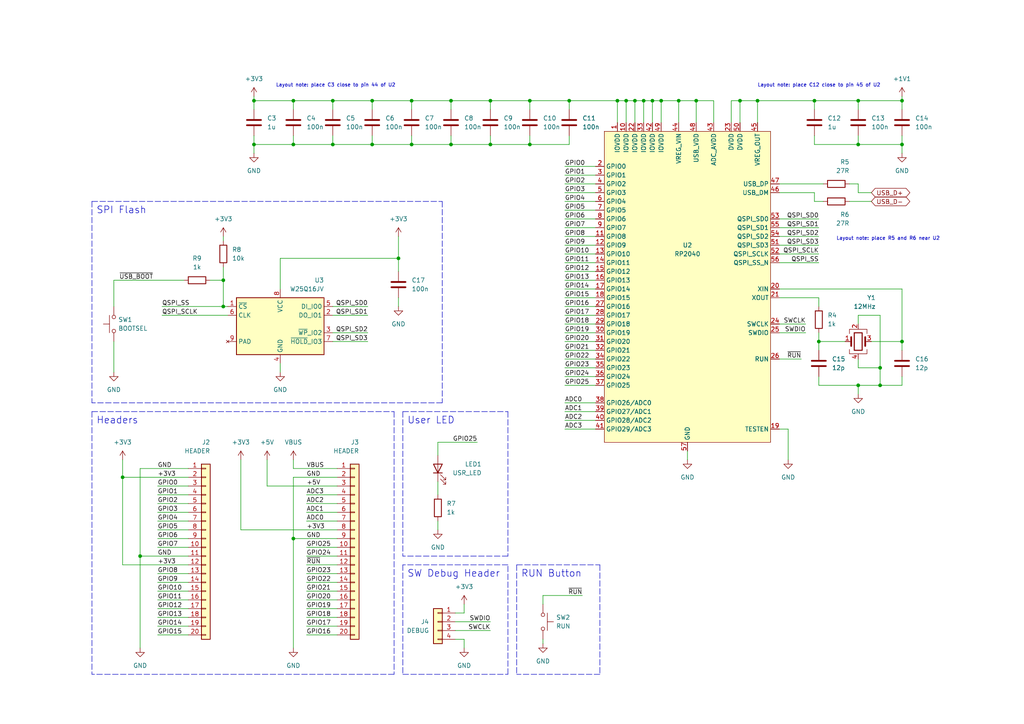
<source format=kicad_sch>
(kicad_sch (version 20211123) (generator eeschema)
  (paper "A4")
  (title_block (title "Malina") (date "07/2022") (rev "1") (company "Martin Kopka"))
  (lib_symbols
    (symbol "Connector_Generic:Conn_01x04" (pin_names (offset 1.016) hide)
      (property "Reference" "J" (at 0 5.08 0))
      (property "Value" "Conn_01x04" (at 0 -7.62 0))
      (symbol "Conn_01x04_1_1"
        (rectangle (start -1.27 -4.953) (end 0 -5.207) (stroke (width 0.1524)))
        (rectangle (start -1.27 -2.413) (end 0 -2.667) (stroke (width 0.1524)))
        (rectangle (start -1.27 0.127) (end 0 -0.127) (stroke (width 0.1524)))
        (rectangle (start -1.27 2.667) (end 0 2.413) (stroke (width 0.1524)))
        (rectangle (start -1.27 3.81) (end 1.27 -6.35) (stroke (width 0.254)) (fill (type background)))
        (pin passive line (at -5.08 2.54 0) (length 3.81) (name "Pin_1") (number "1"))
        (pin passive line (at -5.08 0 0) (length 3.81) (name "Pin_2") (number "2"))
        (pin passive line (at -5.08 -2.54 0) (length 3.81) (name "Pin_3") (number "3"))
        (pin passive line (at -5.08 -5.08 0) (length 3.81) (name "Pin_4") (number "4"))
      )
    )
    (symbol "Connector_Generic:Conn_01x20" (pin_names (offset 1.016) hide)
      (property "Reference" "J" (at 0 25.4 0))
      (property "Value" "Conn_01x20" (at 0 -27.94 0))
      (symbol "Conn_01x20_1_1"
        (rectangle (start -1.27 -25.273) (end 0 -25.527) (stroke (width 0.1524)))
        (rectangle (start -1.27 -22.733) (end 0 -22.987) (stroke (width 0.1524)))
        (rectangle (start -1.27 -20.193) (end 0 -20.447) (stroke (width 0.1524)))
        (rectangle (start -1.27 -17.653) (end 0 -17.907) (stroke (width 0.1524)))
        (rectangle (start -1.27 -15.113) (end 0 -15.367) (stroke (width 0.1524)))
        (rectangle (start -1.27 -12.573) (end 0 -12.827) (stroke (width 0.1524)))
        (rectangle (start -1.27 -10.033) (end 0 -10.287) (stroke (width 0.1524)))
        (rectangle (start -1.27 -7.493) (end 0 -7.747) (stroke (width 0.1524)))
        (rectangle (start -1.27 -4.953) (end 0 -5.207) (stroke (width 0.1524)))
        (rectangle (start -1.27 -2.413) (end 0 -2.667) (stroke (width 0.1524)))
        (rectangle (start -1.27 0.127) (end 0 -0.127) (stroke (width 0.1524)))
        (rectangle (start -1.27 2.667) (end 0 2.413) (stroke (width 0.1524)))
        (rectangle (start -1.27 5.207) (end 0 4.953) (stroke (width 0.1524)))
        (rectangle (start -1.27 7.747) (end 0 7.493) (stroke (width 0.1524)))
        (rectangle (start -1.27 10.287) (end 0 10.033) (stroke (width 0.1524)))
        (rectangle (start -1.27 12.827) (end 0 12.573) (stroke (width 0.1524)))
        (rectangle (start -1.27 15.367) (end 0 15.113) (stroke (width 0.1524)))
        (rectangle (start -1.27 17.907) (end 0 17.653) (stroke (width 0.1524)))
        (rectangle (start -1.27 20.447) (end 0 20.193) (stroke (width 0.1524)))
        (rectangle (start -1.27 22.987) (end 0 22.733) (stroke (width 0.1524)))
        (rectangle (start -1.27 24.13) (end 1.27 -26.67) (stroke (width 0.254)) (fill (type background)))
        (pin passive line (at -5.08 22.86 0) (length 3.81) (name "Pin_1") (number "1"))
        (pin passive line (at -5.08 0 0) (length 3.81) (name "Pin_10") (number "10"))
        (pin passive line (at -5.08 -2.54 0) (length 3.81) (name "Pin_11") (number "11"))
        (pin passive line (at -5.08 -5.08 0) (length 3.81) (name "Pin_12") (number "12"))
        (pin passive line (at -5.08 -7.62 0) (length 3.81) (name "Pin_13") (number "13"))
        (pin passive line (at -5.08 -10.16 0) (length 3.81) (name "Pin_14") (number "14"))
        (pin passive line (at -5.08 -12.7 0) (length 3.81) (name "Pin_15") (number "15"))
        (pin passive line (at -5.08 -15.24 0) (length 3.81) (name "Pin_16") (number "16"))
        (pin passive line (at -5.08 -17.78 0) (length 3.81) (name "Pin_17") (number "17"))
        (pin passive line (at -5.08 -20.32 0) (length 3.81) (name "Pin_18") (number "18"))
        (pin passive line (at -5.08 -22.86 0) (length 3.81) (name "Pin_19") (number "19"))
        (pin passive line (at -5.08 20.32 0) (length 3.81) (name "Pin_2") (number "2"))
        (pin passive line (at -5.08 -25.4 0) (length 3.81) (name "Pin_20") (number "20"))
        (pin passive line (at -5.08 17.78 0) (length 3.81) (name "Pin_3") (number "3"))
        (pin passive line (at -5.08 15.24 0) (length 3.81) (name "Pin_4") (number "4"))
        (pin passive line (at -5.08 12.7 0) (length 3.81) (name "Pin_5") (number "5"))
        (pin passive line (at -5.08 10.16 0) (length 3.81) (name "Pin_6") (number "6"))
        (pin passive line (at -5.08 7.62 0) (length 3.81) (name "Pin_7") (number "7"))
        (pin passive line (at -5.08 5.08 0) (length 3.81) (name "Pin_8") (number "8"))
        (pin passive line (at -5.08 2.54 0) (length 3.81) (name "Pin_9") (number "9"))
      )
    )
    (symbol "Device:C" (pin_numbers hide) (pin_names (offset 0.254))
      (property "Reference" "C" (at 0.635 2.54 0))
      (property "Value" "C" (at 0.635 -2.54 0))
      (symbol "C_0_1"
        (polyline (pts (xy -2.032 -0.762) (xy 2.032 -0.762)) (stroke (width 0.508)))
        (polyline (pts (xy -2.032 0.762) (xy 2.032 0.762)) (stroke (width 0.508)))
      )
      (symbol "C_1_1"
        (pin passive line (at 0 3.81 270) (length 2.794) (name "~") (number "1"))
        (pin passive line (at 0 -3.81 90) (length 2.794) (name "~") (number "2"))
      )
    )
    (symbol "Device:Crystal_GND24" (pin_names (offset 1.016) hide)
      (property "Reference" "Y" (at 3.175 5.08 0))
      (property "Value" "Crystal_GND24" (at 3.175 3.175 0))
      (symbol "Crystal_GND24_0_1"
        (rectangle (start -1.143 2.54) (end 1.143 -2.54) (stroke (width 0.3048)))
        (polyline (pts (xy -2.54 0) (xy -2.032 0)))
        (polyline (pts (xy -2.032 -1.27) (xy -2.032 1.27)) (stroke (width 0.508)))
        (polyline (pts (xy 0 -3.81) (xy 0 -3.556)))
        (polyline (pts (xy 0 3.556) (xy 0 3.81)))
        (polyline (pts (xy 2.032 -1.27) (xy 2.032 1.27)) (stroke (width 0.508)))
        (polyline (pts (xy 2.032 0) (xy 2.54 0)))
        (polyline (pts (xy -2.54 -2.286) (xy -2.54 -3.556) (xy 2.54 -3.556) (xy 2.54 -2.286)))
        (polyline (pts (xy -2.54 2.286) (xy -2.54 3.556) (xy 2.54 3.556) (xy 2.54 2.286)))
      )
      (symbol "Crystal_GND24_1_1"
        (pin passive line (at -3.81 0 0) (length 1.27) (name "1") (number "1"))
        (pin passive line (at 0 5.08 270) (length 1.27) (name "2") (number "2"))
        (pin passive line (at 3.81 0 180) (length 1.27) (name "3") (number "3"))
        (pin passive line (at 0 -5.08 90) (length 1.27) (name "4") (number "4"))
      )
    )
    (symbol "Device:LED" (pin_numbers hide) (pin_names (offset 1.016) hide)
      (property "Reference" "D" (at 0 2.54 0))
      (property "Value" "LED" (at 0 -2.54 0))
      (symbol "LED_0_1"
        (polyline (pts (xy -1.27 -1.27) (xy -1.27 1.27)) (stroke (width 0.254)))
        (polyline (pts (xy -1.27 0) (xy 1.27 0)))
        (polyline (pts (xy 1.27 -1.27) (xy 1.27 1.27) (xy -1.27 0) (xy 1.27 -1.27)) (stroke (width 0.254)))
        (polyline (pts (xy -3.048 -0.762) (xy -4.572 -2.286) (xy -3.81 -2.286) (xy -4.572 -2.286) (xy -4.572 -1.524)))
        (polyline (pts (xy -1.778 -0.762) (xy -3.302 -2.286) (xy -2.54 -2.286) (xy -3.302 -2.286) (xy -3.302 -1.524)))
      )
      (symbol "LED_1_1"
        (pin passive line (at -3.81 0 0) (length 2.54) (name "K") (number "1"))
        (pin passive line (at 3.81 0 180) (length 2.54) (name "A") (number "2"))
      )
    )
    (symbol "Device:R" (pin_numbers hide) (pin_names (offset 0))
      (property "Reference" "R" (at 2.032 0 90))
      (property "Value" "R" (at 0 0 90))
      (symbol "R_0_1"
        (rectangle (start -1.016 -2.54) (end 1.016 2.54) (stroke (width 0.254)))
      )
      (symbol "R_1_1"
        (pin passive line (at 0 3.81 270) (length 1.27) (name "~") (number "1"))
        (pin passive line (at 0 -3.81 90) (length 1.27) (name "~") (number "2"))
      )
    )
    (symbol "power:+1V1" (power) (pin_names (offset 0))
      (property "Value" "+1V1" (at 0 3.556 0))
      (symbol "+1V1_0_1"
        (polyline (pts (xy -0.762 1.27) (xy 0 2.54)))
        (polyline (pts (xy 0 0) (xy 0 2.54)))
        (polyline (pts (xy 0 2.54) (xy 0.762 1.27)))
      )
      (symbol "+1V1_1_1"
        (pin power_in line (at 0 0 90) (length 0) hide (name "+1V1") (number "1"))
      )
    )
    (symbol "power:+3V3" (power) (pin_names (offset 0))
      (property "Value" "+3V3" (at 0 3.556 0))
      (symbol "+3V3_0_1"
        (polyline (pts (xy -0.762 1.27) (xy 0 2.54)))
        (polyline (pts (xy 0 0) (xy 0 2.54)))
        (polyline (pts (xy 0 2.54) (xy 0.762 1.27)))
      )
      (symbol "+3V3_1_1"
        (pin power_in line (at 0 0 90) (length 0) hide (name "+3V3") (number "1"))
      )
    )
    (symbol "power:+5V" (power) (pin_names (offset 0))
      (property "Value" "+5V" (at 0 3.556 0))
      (symbol "+5V_0_1"
        (polyline (pts (xy -0.762 1.27) (xy 0 2.54)))
        (polyline (pts (xy 0 0) (xy 0 2.54)))
        (polyline (pts (xy 0 2.54) (xy 0.762 1.27)))
      )
      (symbol "+5V_1_1"
        (pin power_in line (at 0 0 90) (length 0) hide (name "+5V") (number "1"))
      )
    )
    (symbol "power:GND" (power) (pin_names (offset 0))
      (property "Value" "GND" (at 0 -3.81 0))
      (symbol "GND_0_1"
        (polyline (pts (xy 0 0) (xy 0 -1.27) (xy 1.27 -1.27) (xy 0 -2.54) (xy -1.27 -1.27) (xy 0 -1.27)))
      )
      (symbol "GND_1_1"
        (pin power_in line (at 0 0 270) (length 0) hide (name "GND") (number "1"))
      )
    )
    (symbol "power:VBUS" (power) (pin_names (offset 0))
      (property "Value" "VBUS" (at 0 3.81 0))
      (symbol "VBUS_0_1"
        (polyline (pts (xy -0.762 1.27) (xy 0 2.54)))
        (polyline (pts (xy 0 0) (xy 0 2.54)))
        (polyline (pts (xy 0 2.54) (xy 0.762 1.27)))
      )
      (symbol "VBUS_1_1"
        (pin power_in line (at 0 0 90) (length 0) hide (name "VBUS") (number "1"))
      )
    )
    (symbol "w-digital-ic:W25Q16JV"
      (property "Reference" "U" (at 15.24 12.7 0))
      (property "Value" "W25Q16JV" (at 15.24 10.16 0))
      (symbol "W25Q16JV_0_1"
        (rectangle (start -12.7 7.62) (end 12.7 -8.89) (stroke (width 0.254)) (fill (type background)))
      )
      (symbol "W25Q16JV_1_1"
        (pin input line (at -15.24 5.08 0) (length 2.54) (name "~{CS}") (number "1"))
        (pin bidirectional line (at 15.24 2.54 180) (length 2.54) (name "DO_IO1") (number "2"))
        (pin bidirectional line (at 15.24 -2.54 180) (length 2.54) (name "~{WP}_IO2") (number "3"))
        (pin power_in line (at 0 -11.43 90) (length 2.54) (name "GND") (number "4"))
        (pin bidirectional line (at 15.24 5.08 180) (length 2.54) (name "DI_IO0") (number "5"))
        (pin input line (at -15.24 2.54 0) (length 2.54) (name "CLK") (number "6"))
        (pin bidirectional line (at 15.24 -5.08 180) (length 2.54) (name "~{HOLD}_IO3") (number "7"))
        (pin power_in line (at 0 10.16 270) (length 2.54) (name "VCC") (number "8"))
        (pin no_connect line (at -15.24 -5.08 0) (length 2.54) (name "PAD") (number "9"))
      )
    )
    (symbol "w-mcu:RP2040"
      (property "Reference" "U" (at 22.86 -55.88 0))
      (property "Value" "RP2040" (at 22.86 -58.42 0))
      (symbol "RP2040_0_1"
        (rectangle (start -24.13 36.83) (end 24.13 -53.34) (fill (type background)))
      )
      (symbol "RP2040_1_1"
        (pin power_in line (at -20.32 39.37 270) (length 2.54) (name "IOVDD") (number "1"))
        (pin power_in line (at -17.78 39.37 270) (length 2.54) (name "IOVDD") (number "10"))
        (pin bidirectional line (at -26.67 6.35 0) (length 2.54) (name "GPIO8") (number "11"))
        (pin bidirectional line (at -26.67 3.81 0) (length 2.54) (name "GPIO9") (number "12"))
        (pin bidirectional line (at -26.67 1.27 0) (length 2.54) (name "GPIO10") (number "13"))
        (pin bidirectional line (at -26.67 -1.27 0) (length 2.54) (name "GPIO11") (number "14"))
        (pin bidirectional line (at -26.67 -3.81 0) (length 2.54) (name "GPIO12") (number "15"))
        (pin bidirectional line (at -26.67 -6.35 0) (length 2.54) (name "GPIO13") (number "16"))
        (pin bidirectional line (at -26.67 -8.89 0) (length 2.54) (name "GPIO14") (number "17"))
        (pin bidirectional line (at -26.67 -11.43 0) (length 2.54) (name "GPIO15") (number "18"))
        (pin input line (at 26.67 -49.53 180) (length 2.54) (name "TESTEN") (number "19"))
        (pin bidirectional line (at -26.67 26.67 0) (length 2.54) (name "GPIO0") (number "2"))
        (pin input line (at 26.67 -8.89 180) (length 2.54) (name "XIN") (number "20"))
        (pin output line (at 26.67 -11.43 180) (length 2.54) (name "XOUT") (number "21"))
        (pin power_in line (at -15.24 39.37 270) (length 2.54) (name "IOVDD") (number "22"))
        (pin power_in line (at 12.7 39.37 270) (length 2.54) (name "DVDD") (number "23"))
        (pin bidirectional line (at 26.67 -19.05 180) (length 2.54) (name "SWCLK") (number "24"))
        (pin bidirectional line (at 26.67 -21.59 180) (length 2.54) (name "SWDIO") (number "25"))
        (pin input line (at 26.67 -29.21 180) (length 2.54) (name "RUN") (number "26"))
        (pin bidirectional line (at -26.67 -13.97 0) (length 2.54) (name "GPIO16") (number "27"))
        (pin bidirectional line (at -26.67 -16.51 0) (length 2.54) (name "GPIO17") (number "28"))
        (pin bidirectional line (at -26.67 -19.05 0) (length 2.54) (name "GPIO18") (number "29"))
        (pin bidirectional line (at -26.67 24.13 0) (length 2.54) (name "GPIO1") (number "3"))
        (pin bidirectional line (at -26.67 -21.59 0) (length 2.54) (name "GPIO19") (number "30"))
        (pin bidirectional line (at -26.67 -24.13 0) (length 2.54) (name "GPIO20") (number "31"))
        (pin bidirectional line (at -26.67 -26.67 0) (length 2.54) (name "GPIO21") (number "32"))
        (pin power_in line (at -12.7 39.37 270) (length 2.54) (name "IOVDD") (number "33"))
        (pin bidirectional line (at -26.67 -29.21 0) (length 2.54) (name "GPIO22") (number "34"))
        (pin bidirectional line (at -26.67 -31.75 0) (length 2.54) (name "GPIO23") (number "35"))
        (pin bidirectional line (at -26.67 -34.29 0) (length 2.54) (name "GPIO24") (number "36"))
        (pin bidirectional line (at -26.67 -36.83 0) (length 2.54) (name "GPIO25") (number "37"))
        (pin bidirectional line (at -26.67 -41.91 0) (length 2.54) (name "GPIO26/ADC0") (number "38"))
        (pin bidirectional line (at -26.67 -44.45 0) (length 2.54) (name "GPIO27/ADC1") (number "39"))
        (pin bidirectional line (at -26.67 21.59 0) (length 2.54) (name "GPIO2") (number "4"))
        (pin bidirectional line (at -26.67 -46.99 0) (length 2.54) (name "GPIO28/ADC2") (number "40"))
        (pin bidirectional line (at -26.67 -49.53 0) (length 2.54) (name "GPIO29/ADC3") (number "41"))
        (pin power_in line (at -10.16 39.37 270) (length 2.54) (name "IOVDD") (number "42"))
        (pin power_in line (at 7.62 39.37 270) (length 2.54) (name "ADC_AVDD") (number "43"))
        (pin power_in line (at -2.54 39.37 270) (length 2.54) (name "VREG_VIN") (number "44"))
        (pin power_out line (at 20.32 39.37 270) (length 2.54) (name "VREG_OUT") (number "45"))
        (pin bidirectional line (at 26.67 19.05 180) (length 2.54) (name "USB_DM") (number "46"))
        (pin bidirectional line (at 26.67 21.59 180) (length 2.54) (name "USB_DP") (number "47"))
        (pin power_in line (at 2.54 39.37 270) (length 2.54) (name "USB_VDD") (number "48"))
        (pin power_in line (at -7.62 39.37 270) (length 2.54) (name "IOVDD") (number "49"))
        (pin bidirectional line (at -26.67 19.05 0) (length 2.54) (name "GPIO3") (number "5"))
        (pin power_in line (at 15.24 39.37 270) (length 2.54) (name "DVDD") (number "50"))
        (pin bidirectional line (at 26.67 3.81 180) (length 2.54) (name "QSPI_SD3") (number "51"))
        (pin output line (at 26.67 1.27 180) (length 2.54) (name "QSPI_SCLK") (number "52"))
        (pin bidirectional line (at 26.67 11.43 180) (length 2.54) (name "QSPI_SD0") (number "53"))
        (pin bidirectional line (at 26.67 6.35 180) (length 2.54) (name "QSPI_SD2") (number "54"))
        (pin bidirectional line (at 26.67 8.89 180) (length 2.54) (name "QSPI_SD1") (number "55"))
        (pin output line (at 26.67 -1.27 180) (length 2.54) (name "QSPI_SS_N") (number "56"))
        (pin power_in line (at 0 -55.88 90) (length 2.54) (name "GND") (number "57"))
        (pin bidirectional line (at -26.67 16.51 0) (length 2.54) (name "GPIO4") (number "6"))
        (pin bidirectional line (at -26.67 13.97 0) (length 2.54) (name "GPIO5") (number "7"))
        (pin bidirectional line (at -26.67 11.43 0) (length 2.54) (name "GPIO6") (number "8"))
        (pin bidirectional line (at -26.67 8.89 0) (length 2.54) (name "GPIO7") (number "9"))
      )
    )
    (symbol "w-switch:PTS810" (pin_numbers hide) (pin_names (offset 0) hide)
      (property "Reference" "SW" (at 5.08 7.62 0))
      (property "Value" "PTS810" (at 5.08 5.08 0))
      (symbol "PTS810_0_1"
        (circle (center -2.032 0) (radius 0.508))
        (polyline (pts (xy 0 1.27) (xy 0 3.048)))
        (polyline (pts (xy 2.54 1.27) (xy -2.54 1.27)))
        (circle (center 2.032 0) (radius 0.508))
        (pin passive line (at -5.08 0 0) (length 2.54) (name "1") (number "1"))
        (pin passive line (at 5.08 0 180) (length 2.54) (name "2") (number "2"))
      )
    )
  )
  (junction (at 237.49 99.06))
  (junction (at 115.57 74.93))
  (junction (at 130.81 41.91))
  (junction (at 261.62 41.91))
  (junction (at 85.09 41.91))
  (junction (at 73.66 29.21))
  (junction (at 64.77 81.28))
  (junction (at 196.85 29.21))
  (junction (at 248.92 29.21))
  (junction (at 142.24 41.91))
  (junction (at 35.56 138.43))
  (junction (at 184.15 29.21))
  (junction (at 142.24 29.21))
  (junction (at 219.71 29.21))
  (junction (at 261.62 99.06))
  (junction (at 181.61 29.21))
  (junction (at 73.66 41.91))
  (junction (at 96.52 41.91))
  (junction (at 153.67 41.91))
  (junction (at 248.92 41.91))
  (junction (at 186.69 29.21))
  (junction (at 189.23 29.21))
  (junction (at 191.77 29.21))
  (junction (at 85.09 156.21))
  (junction (at 119.38 29.21))
  (junction (at 248.92 111.76))
  (junction (at 107.95 29.21))
  (junction (at 214.63 29.21))
  (junction (at 40.64 161.29))
  (junction (at 96.52 29.21))
  (junction (at 255.27 111.76))
  (junction (at 119.38 41.91))
  (junction (at 85.09 29.21))
  (junction (at 255.27 106.68))
  (junction (at 130.81 29.21))
  (junction (at 261.62 29.21))
  (junction (at 179.07 29.21))
  (junction (at 201.93 29.21))
  (junction (at 107.95 41.91))
  (junction (at 153.67 29.21))
  (junction (at 64.77 88.9))
  (junction (at 236.22 29.21))
  (junction (at 165.1 29.21))
  (wire (pts (xy 184.15 29.21) (xy 186.69 29.21)))
  (wire (pts (xy 119.38 39.37) (xy 119.38 41.91)))
  (wire (pts (xy 35.56 138.43) (xy 54.61 138.43)))
  (wire (pts (xy 130.81 29.21) (xy 142.24 29.21)))
  (wire (pts (xy 127 151.13) (xy 127 153.67)))
  (wire (pts (xy 85.09 133.35) (xy 85.09 135.89)))
  (polyline (pts (xy 128.27 116.84) (xy 26.67 116.84)))
  (wire (pts (xy 45.72 140.97) (xy 54.61 140.97)))
  (wire (pts (xy 33.02 81.28) (xy 53.34 81.28)))
  (wire (pts (xy 54.61 135.89) (xy 40.64 135.89)))
  (wire (pts (xy 261.62 29.21) (xy 261.62 31.75)))
  (wire (pts (xy 214.63 29.21) (xy 219.71 29.21)))
  (wire (pts (xy 237.49 86.36) (xy 226.06 86.36)))
  (polyline (pts (xy 26.67 119.38) (xy 26.67 195.58)))
  (wire (pts (xy 233.68 96.52) (xy 226.06 96.52)))
  (wire (pts (xy 96.52 29.21) (xy 107.95 29.21)))
  (wire (pts (xy 165.1 29.21) (xy 179.07 29.21)))
  (wire (pts (xy 261.62 111.76) (xy 255.27 111.76)))
  (wire (pts (xy 142.24 41.91) (xy 130.81 41.91)))
  (wire (pts (xy 85.09 156.21) (xy 85.09 138.43)))
  (wire (pts (xy 163.83 99.06) (xy 172.72 99.06)))
  (wire (pts (xy 64.77 88.9) (xy 66.04 88.9)))
  (wire (pts (xy 237.49 88.9) (xy 237.49 86.36)))
  (wire (pts (xy 153.67 41.91) (xy 142.24 41.91)))
  (wire (pts (xy 163.83 88.9) (xy 172.72 88.9)))
  (wire (pts (xy 163.83 73.66) (xy 172.72 73.66)))
  (wire (pts (xy 73.66 29.21) (xy 73.66 31.75)))
  (wire (pts (xy 153.67 39.37) (xy 153.67 41.91)))
  (wire (pts (xy 163.83 119.38) (xy 172.72 119.38)))
  (wire (pts (xy 142.24 39.37) (xy 142.24 41.91)))
  (wire (pts (xy 45.72 143.51) (xy 54.61 143.51)))
  (wire (pts (xy 248.92 55.88) (xy 252.73 55.88)))
  (wire (pts (xy 153.67 31.75) (xy 153.67 29.21)))
  (wire (pts (xy 186.69 29.21) (xy 186.69 35.56)))
  (polyline (pts (xy 149.86 163.83) (xy 149.86 195.58)))
  (wire (pts (xy 236.22 58.42) (xy 238.76 58.42)))
  (wire (pts (xy 88.9 184.15) (xy 97.79 184.15)))
  (wire (pts (xy 163.83 60.96) (xy 172.72 60.96)))
  (wire (pts (xy 45.72 171.45) (xy 54.61 171.45)))
  (wire (pts (xy 226.06 55.88) (xy 236.22 55.88)))
  (wire (pts (xy 199.39 130.81) (xy 199.39 133.35)))
  (wire (pts (xy 45.72 166.37) (xy 54.61 166.37)))
  (wire (pts (xy 163.83 66.04) (xy 172.72 66.04)))
  (wire (pts (xy 157.48 186.69) (xy 157.48 185.42)))
  (wire (pts (xy 248.92 53.34) (xy 248.92 55.88)))
  (wire (pts (xy 88.9 151.13) (xy 97.79 151.13)))
  (wire (pts (xy 237.49 99.06) (xy 237.49 96.52)))
  (wire (pts (xy 132.08 185.42) (xy 134.62 185.42)))
  (wire (pts (xy 226.06 83.82) (xy 261.62 83.82)))
  (wire (pts (xy 189.23 29.21) (xy 189.23 35.56)))
  (wire (pts (xy 45.72 158.75) (xy 54.61 158.75)))
  (wire (pts (xy 88.9 161.29) (xy 97.79 161.29)))
  (wire (pts (xy 77.47 140.97) (xy 97.79 140.97)))
  (wire (pts (xy 163.83 109.22) (xy 172.72 109.22)))
  (polyline (pts (xy 128.27 58.42) (xy 128.27 116.84)))
  (wire (pts (xy 163.83 86.36) (xy 172.72 86.36)))
  (wire (pts (xy 130.81 39.37) (xy 130.81 41.91)))
  (wire (pts (xy 237.49 66.04) (xy 226.06 66.04)))
  (wire (pts (xy 212.09 29.21) (xy 214.63 29.21)))
  (wire (pts (xy 233.68 93.98) (xy 226.06 93.98)))
  (wire (pts (xy 163.83 76.2) (xy 172.72 76.2)))
  (wire (pts (xy 261.62 41.91) (xy 261.62 44.45)))
  (wire (pts (xy 245.11 99.06) (xy 237.49 99.06)))
  (polyline (pts (xy 26.67 58.42) (xy 128.27 58.42)))
  (wire (pts (xy 88.9 143.51) (xy 97.79 143.51)))
  (wire (pts (xy 207.01 29.21) (xy 207.01 35.56)))
  (polyline (pts (xy 173.99 163.83) (xy 173.99 195.58)))
  (wire (pts (xy 237.49 71.12) (xy 226.06 71.12)))
  (wire (pts (xy 85.09 31.75) (xy 85.09 29.21)))
  (wire (pts (xy 252.73 58.42) (xy 246.38 58.42)))
  (wire (pts (xy 163.83 104.14) (xy 172.72 104.14)))
  (wire (pts (xy 248.92 29.21) (xy 261.62 29.21)))
  (wire (pts (xy 45.72 173.99) (xy 54.61 173.99)))
  (wire (pts (xy 64.77 77.47) (xy 64.77 81.28)))
  (wire (pts (xy 163.83 91.44) (xy 172.72 91.44)))
  (wire (pts (xy 119.38 29.21) (xy 130.81 29.21)))
  (polyline (pts (xy 114.3 119.38) (xy 114.3 195.58)))
  (wire (pts (xy 107.95 39.37) (xy 107.95 41.91)))
  (wire (pts (xy 163.83 116.84) (xy 172.72 116.84)))
  (polyline (pts (xy 147.32 195.58) (xy 147.32 163.83)))
  (wire (pts (xy 77.47 133.35) (xy 77.47 140.97)))
  (wire (pts (xy 163.83 101.6) (xy 172.72 101.6)))
  (wire (pts (xy 106.68 96.52) (xy 96.52 96.52)))
  (wire (pts (xy 88.9 176.53) (xy 97.79 176.53)))
  (wire (pts (xy 248.92 41.91) (xy 261.62 41.91)))
  (wire (pts (xy 88.9 171.45) (xy 97.79 171.45)))
  (wire (pts (xy 163.83 53.34) (xy 172.72 53.34)))
  (wire (pts (xy 54.61 163.83) (xy 35.56 163.83)))
  (wire (pts (xy 163.83 71.12) (xy 172.72 71.12)))
  (wire (pts (xy 207.01 29.21) (xy 201.93 29.21)))
  (wire (pts (xy 45.72 153.67) (xy 54.61 153.67)))
  (wire (pts (xy 248.92 29.21) (xy 248.92 31.75)))
  (wire (pts (xy 85.09 29.21) (xy 96.52 29.21)))
  (wire (pts (xy 165.1 41.91) (xy 153.67 41.91)))
  (wire (pts (xy 236.22 29.21) (xy 236.22 31.75)))
  (wire (pts (xy 127 128.27) (xy 127 132.08)))
  (wire (pts (xy 142.24 182.88) (xy 132.08 182.88)))
  (wire (pts (xy 165.1 39.37) (xy 165.1 41.91)))
  (wire (pts (xy 85.09 41.91) (xy 85.09 39.37)))
  (wire (pts (xy 134.62 177.8) (xy 134.62 175.26)))
  (wire (pts (xy 184.15 29.21) (xy 184.15 35.56)))
  (wire (pts (xy 96.52 41.91) (xy 85.09 41.91)))
  (wire (pts (xy 85.09 138.43) (xy 97.79 138.43)))
  (wire (pts (xy 60.96 81.28) (xy 64.77 81.28)))
  (wire (pts (xy 88.9 168.91) (xy 97.79 168.91)))
  (wire (pts (xy 261.62 39.37) (xy 261.62 41.91)))
  (wire (pts (xy 226.06 53.34) (xy 238.76 53.34)))
  (wire (pts (xy 261.62 27.94) (xy 261.62 29.21)))
  (wire (pts (xy 88.9 148.59) (xy 97.79 148.59)))
  (wire (pts (xy 261.62 99.06) (xy 261.62 101.6)))
  (wire (pts (xy 88.9 158.75) (xy 97.79 158.75)))
  (wire (pts (xy 163.83 68.58) (xy 172.72 68.58)))
  (wire (pts (xy 214.63 35.56) (xy 214.63 29.21)))
  (wire (pts (xy 232.41 104.14) (xy 226.06 104.14)))
  (wire (pts (xy 96.52 39.37) (xy 96.52 41.91)))
  (wire (pts (xy 236.22 55.88) (xy 236.22 58.42)))
  (wire (pts (xy 142.24 31.75) (xy 142.24 29.21)))
  (wire (pts (xy 69.85 133.35) (xy 69.85 153.67)))
  (wire (pts (xy 255.27 91.44) (xy 255.27 106.68)))
  (wire (pts (xy 191.77 29.21) (xy 189.23 29.21)))
  (wire (pts (xy 255.27 111.76) (xy 248.92 111.76)))
  (wire (pts (xy 45.72 148.59) (xy 54.61 148.59)))
  (wire (pts (xy 248.92 91.44) (xy 255.27 91.44)))
  (wire (pts (xy 73.66 41.91) (xy 85.09 41.91)))
  (wire (pts (xy 134.62 185.42) (xy 134.62 187.96)))
  (wire (pts (xy 142.24 29.21) (xy 153.67 29.21)))
  (polyline (pts (xy 147.32 161.29) (xy 116.84 161.29)))
  (wire (pts (xy 119.38 41.91) (xy 107.95 41.91)))
  (wire (pts (xy 45.72 176.53) (xy 54.61 176.53)))
  (wire (pts (xy 236.22 39.37) (xy 236.22 41.91)))
  (wire (pts (xy 237.49 73.66) (xy 226.06 73.66)))
  (polyline (pts (xy 114.3 195.58) (xy 26.67 195.58)))
  (wire (pts (xy 163.83 106.68) (xy 172.72 106.68)))
  (wire (pts (xy 64.77 68.58) (xy 64.77 69.85)))
  (wire (pts (xy 163.83 50.8) (xy 172.72 50.8)))
  (wire (pts (xy 115.57 86.36) (xy 115.57 88.9)))
  (wire (pts (xy 45.72 181.61) (xy 54.61 181.61)))
  (wire (pts (xy 181.61 29.21) (xy 181.61 35.56)))
  (wire (pts (xy 35.56 133.35) (xy 35.56 138.43)))
  (wire (pts (xy 163.83 78.74) (xy 172.72 78.74)))
  (wire (pts (xy 46.99 91.44) (xy 66.04 91.44)))
  (wire (pts (xy 181.61 29.21) (xy 184.15 29.21)))
  (wire (pts (xy 237.49 111.76) (xy 248.92 111.76)))
  (wire (pts (xy 255.27 106.68) (xy 255.27 111.76)))
  (wire (pts (xy 85.09 135.89) (xy 97.79 135.89)))
  (wire (pts (xy 163.83 58.42) (xy 172.72 58.42)))
  (wire (pts (xy 115.57 78.74) (xy 115.57 74.93)))
  (wire (pts (xy 69.85 153.67) (xy 97.79 153.67)))
  (wire (pts (xy 237.49 68.58) (xy 226.06 68.58)))
  (wire (pts (xy 106.68 99.06) (xy 96.52 99.06)))
  (wire (pts (xy 45.72 168.91) (xy 54.61 168.91)))
  (polyline (pts (xy 116.84 119.38) (xy 147.32 119.38)))
  (wire (pts (xy 153.67 29.21) (xy 165.1 29.21)))
  (wire (pts (xy 45.72 179.07) (xy 54.61 179.07)))
  (wire (pts (xy 88.9 146.05) (xy 97.79 146.05)))
  (wire (pts (xy 248.92 53.34) (xy 246.38 53.34)))
  (wire (pts (xy 163.83 83.82) (xy 172.72 83.82)))
  (wire (pts (xy 130.81 41.91) (xy 119.38 41.91)))
  (wire (pts (xy 248.92 106.68) (xy 248.92 104.14)))
  (wire (pts (xy 237.49 63.5) (xy 226.06 63.5)))
  (wire (pts (xy 132.08 177.8) (xy 134.62 177.8)))
  (wire (pts (xy 46.99 88.9) (xy 64.77 88.9)))
  (wire (pts (xy 157.48 172.72) (xy 157.48 175.26)))
  (wire (pts (xy 45.72 156.21) (xy 54.61 156.21)))
  (wire (pts (xy 107.95 41.91) (xy 96.52 41.91)))
  (wire (pts (xy 97.79 156.21) (xy 85.09 156.21)))
  (polyline (pts (xy 26.67 119.38) (xy 114.3 119.38)))
  (wire (pts (xy 35.56 138.43) (xy 35.56 163.83)))
  (wire (pts (xy 107.95 29.21) (xy 119.38 29.21)))
  (wire (pts (xy 40.64 135.89) (xy 40.64 161.29)))
  (wire (pts (xy 261.62 83.82) (xy 261.62 99.06)))
  (wire (pts (xy 106.68 91.44) (xy 96.52 91.44)))
  (wire (pts (xy 163.83 48.26) (xy 172.72 48.26)))
  (wire (pts (xy 228.6 133.35) (xy 228.6 124.46)))
  (wire (pts (xy 33.02 99.06) (xy 33.02 107.95)))
  (wire (pts (xy 163.83 81.28) (xy 172.72 81.28)))
  (wire (pts (xy 228.6 124.46) (xy 226.06 124.46)))
  (wire (pts (xy 165.1 29.21) (xy 165.1 31.75)))
  (wire (pts (xy 201.93 29.21) (xy 196.85 29.21)))
  (wire (pts (xy 138.43 128.27) (xy 127 128.27)))
  (wire (pts (xy 237.49 76.2) (xy 226.06 76.2)))
  (wire (pts (xy 248.92 39.37) (xy 248.92 41.91)))
  (wire (pts (xy 237.49 109.22) (xy 237.49 111.76)))
  (wire (pts (xy 130.81 31.75) (xy 130.81 29.21)))
  (wire (pts (xy 201.93 29.21) (xy 201.93 35.56)))
  (wire (pts (xy 191.77 29.21) (xy 191.77 35.56)))
  (wire (pts (xy 196.85 29.21) (xy 191.77 29.21)))
  (wire (pts (xy 81.28 105.41) (xy 81.28 107.95)))
  (wire (pts (xy 73.66 41.91) (xy 73.66 44.45)))
  (wire (pts (xy 163.83 111.76) (xy 172.72 111.76)))
  (polyline (pts (xy 116.84 195.58) (xy 147.32 195.58)))
  (wire (pts (xy 73.66 39.37) (xy 73.66 41.91)))
  (wire (pts (xy 106.68 88.9) (xy 96.52 88.9)))
  (polyline (pts (xy 116.84 163.83) (xy 116.84 195.58)))
  (wire (pts (xy 45.72 184.15) (xy 54.61 184.15)))
  (wire (pts (xy 261.62 109.22) (xy 261.62 111.76)))
  (wire (pts (xy 107.95 31.75) (xy 107.95 29.21)))
  (wire (pts (xy 115.57 68.58) (xy 115.57 74.93)))
  (wire (pts (xy 163.83 124.46) (xy 172.72 124.46)))
  (polyline (pts (xy 173.99 195.58) (xy 149.86 195.58)))
  (wire (pts (xy 196.85 29.21) (xy 196.85 35.56)))
  (wire (pts (xy 85.09 156.21) (xy 85.09 187.96)))
  (wire (pts (xy 179.07 29.21) (xy 179.07 35.56)))
  (wire (pts (xy 127 139.7) (xy 127 143.51)))
  (wire (pts (xy 248.92 93.98) (xy 248.92 91.44)))
  (wire (pts (xy 219.71 35.56) (xy 219.71 29.21)))
  (wire (pts (xy 142.24 180.34) (xy 132.08 180.34)))
  (wire (pts (xy 88.9 166.37) (xy 97.79 166.37)))
  (wire (pts (xy 163.83 93.98) (xy 172.72 93.98)))
  (wire (pts (xy 45.72 151.13) (xy 54.61 151.13)))
  (wire (pts (xy 64.77 81.28) (xy 64.77 88.9)))
  (wire (pts (xy 186.69 29.21) (xy 189.23 29.21)))
  (wire (pts (xy 219.71 29.21) (xy 236.22 29.21)))
  (polyline (pts (xy 147.32 119.38) (xy 147.32 161.29)))
  (wire (pts (xy 248.92 111.76) (xy 248.92 114.3)))
  (wire (pts (xy 157.48 172.72) (xy 168.91 172.72)))
  (wire (pts (xy 163.83 55.88) (xy 172.72 55.88)))
  (wire (pts (xy 252.73 99.06) (xy 261.62 99.06)))
  (wire (pts (xy 236.22 41.91) (xy 248.92 41.91)))
  (wire (pts (xy 236.22 29.21) (xy 248.92 29.21)))
  (polyline (pts (xy 116.84 119.38) (xy 116.84 161.29)))
  (wire (pts (xy 40.64 187.96) (xy 40.64 161.29)))
  (wire (pts (xy 88.9 173.99) (xy 97.79 173.99)))
  (polyline (pts (xy 149.86 163.83) (xy 173.99 163.83)))
  (wire (pts (xy 40.64 161.29) (xy 54.61 161.29)))
  (wire (pts (xy 88.9 163.83) (xy 97.79 163.83)))
  (wire (pts (xy 33.02 88.9) (xy 33.02 81.28)))
  (wire (pts (xy 212.09 35.56) (xy 212.09 29.21)))
  (wire (pts (xy 73.66 29.21) (xy 85.09 29.21)))
  (wire (pts (xy 81.28 74.93) (xy 81.28 83.82)))
  (wire (pts (xy 73.66 27.94) (xy 73.66 29.21)))
  (wire (pts (xy 237.49 99.06) (xy 237.49 101.6)))
  (wire (pts (xy 163.83 96.52) (xy 172.72 96.52)))
  (wire (pts (xy 163.83 63.5) (xy 172.72 63.5)))
  (wire (pts (xy 45.72 146.05) (xy 54.61 146.05)))
  (wire (pts (xy 88.9 181.61) (xy 97.79 181.61)))
  (polyline (pts (xy 147.32 163.83) (xy 116.84 163.83)))
  (polyline (pts (xy 26.67 58.42) (xy 26.67 116.84)))
  (wire (pts (xy 181.61 29.21) (xy 179.07 29.21)))
  (wire (pts (xy 119.38 31.75) (xy 119.38 29.21)))
  (wire (pts (xy 96.52 31.75) (xy 96.52 29.21)))
  (wire (pts (xy 115.57 74.93) (xy 81.28 74.93)))
  (wire (pts (xy 255.27 106.68) (xy 248.92 106.68)))
  (wire (pts (xy 88.9 179.07) (xy 97.79 179.07)))
  (wire (pts (xy 163.83 121.92) (xy 172.72 121.92)))
  (text "Layout note: place C3 close to pin 44 of U2" (at 80.01 25.4 0) (effects (font (size 1 1)) (justify left bottom)))
  (text "Headers" (at 27.94 123.19 0) (effects (font (size 2 2)) (justify left bottom)))
  (text "SW Debug Header" (at 118.11 167.64 0) (effects (font (size 2 2)) (justify left bottom)))
  (text "Layout note: place R5 and R6 near U2" (at 242.57 69.85 0) (effects (font (size 1 1)) (justify left bottom)))
  (text "RUN Button" (at 151.13 167.64 0) (effects (font (size 2 2)) (justify left bottom)))
  (text "User LED" (at 118.11 123.19 0) (effects (font (size 2 2)) (justify left bottom)))
  (text "SPI Flash" (at 27.94 62.23 0) (effects (font (size 2 2)) (justify left bottom)))
  (text "Layout note: place C12 close to pin 45 of U2" (at 219.71 25.4 0) (effects (font (size 1 1)) (justify left bottom)))
  (label "GPIO2" (at 45.72 146.05 0))
  (label "GPIO1" (at 163.83 50.8 0))
  (label "GPIO20" (at 163.83 99.06 0))
  (label "GPIO3" (at 163.83 55.88 0))
  (label "QSPI_SD1" (at 237.49 66.04 180))
  (label "GPIO18" (at 88.9 179.07 0))
  (label "QSPI_SD0" (at 106.68 88.9 180))
  (label "GPIO24" (at 88.9 161.29 0))
  (label "QSPI_SD2" (at 237.49 68.58 180))
  (label "GPIO23" (at 88.9 166.37 0))
  (label "GPIO13" (at 163.83 81.28 0))
  (label "QSPI_SCLK" (at 237.49 73.66 180))
  (label "GPIO14" (at 45.72 181.61 0))
  (label "ADC3" (at 88.9 143.51 0))
  (label "GPIO21" (at 88.9 171.45 0))
  (label "ADC0" (at 163.83 116.84 0))
  (label "GPIO11" (at 45.72 173.99 0))
  (label "ADC3" (at 163.83 124.46 0))
  (label "VBUS" (at 88.9 135.89 0))
  (label "QSPI_SS" (at 46.99 88.9 0))
  (label "GND" (at 88.9 156.21 0))
  (label "GPIO14" (at 163.83 83.82 0))
  (label "GPIO12" (at 163.83 78.74 0))
  (label "GPIO17" (at 88.9 181.61 0))
  (label "GPIO15" (at 45.72 184.15 0))
  (label "GPIO1" (at 45.72 143.51 0))
  (label "GPIO5" (at 45.72 153.67 0))
  (label "+3V3" (at 88.9 153.67 0))
  (label "GPIO2" (at 163.83 53.34 0))
  (label "GPIO12" (at 45.72 176.53 0))
  (label "GPIO0" (at 163.83 48.26 0))
  (label "GPIO13" (at 45.72 179.07 0))
  (label "GPIO4" (at 163.83 58.42 0))
  (label "QSPI_SCLK" (at 46.99 91.44 0))
  (label "GPIO18" (at 163.83 93.98 0))
  (label "GPIO11" (at 163.83 76.2 0))
  (label "QSPI_SD3" (at 237.49 71.12 180))
  (label "ADC1" (at 88.9 148.59 0))
  (label "ADC2" (at 88.9 146.05 0))
  (label "GPIO16" (at 88.9 184.15 0))
  (label "QSPI_SD3" (at 106.68 99.06 180))
  (label "GPIO8" (at 163.83 68.58 0))
  (label "QSPI_SD2" (at 106.68 96.52 180))
  (label "GPIO19" (at 88.9 176.53 0))
  (label "GPIO16" (at 163.83 88.9 0))
  (label "GPIO3" (at 45.72 148.59 0))
  (label "GPIO6" (at 163.83 63.5 0))
  (label "SWCLK" (at 233.68 93.98 180))
  (label "ADC0" (at 88.9 151.13 0))
  (label "GPIO22" (at 88.9 168.91 0))
  (label "SWDIO" (at 142.24 180.34 180))
  (label "GPIO19" (at 163.83 96.52 0))
  (label "GPIO10" (at 45.72 171.45 0))
  (label "GND" (at 88.9 138.43 0))
  (label "GPIO24" (at 163.83 109.22 0))
  (label "GPIO23" (at 163.83 106.68 0))
  (label "GPIO4" (at 45.72 151.13 0))
  (label "+5V" (at 88.9 140.97 0))
  (label "GPIO9" (at 163.83 71.12 0))
  (label "GPIO25" (at 138.43 128.27 180))
  (label "GPIO15" (at 163.83 86.36 0))
  (label "GPIO7" (at 163.83 66.04 0))
  (label "GPIO8" (at 45.72 166.37 0))
  (label "QSPI_SS" (at 237.49 76.2 180))
  (label "GPIO22" (at 163.83 104.14 0))
  (label "GPIO25" (at 163.83 111.76 0))
  (label "~{USB_BOOT}" (at 44.45 81.28 180))
  (label "GPIO17" (at 163.83 91.44 0))
  (label "ADC2" (at 163.83 121.92 0))
  (label "GPIO5" (at 163.83 60.96 0))
  (label "+3V3" (at 45.72 138.43 0))
  (label "GPIO6" (at 45.72 156.21 0))
  (label "SWDIO" (at 233.68 96.52 180))
  (label "GPIO21" (at 163.83 101.6 0))
  (label "+3V3" (at 45.72 163.83 0))
  (label "GPIO10" (at 163.83 73.66 0))
  (label "SWCLK" (at 142.24 182.88 180))
  (label "QSPI_SD1" (at 106.68 91.44 180))
  (label "GPIO0" (at 45.72 140.97 0))
  (label "GND" (at 45.72 135.89 0))
  (label "GPIO25" (at 88.9 158.75 0))
  (label "ADC1" (at 163.83 119.38 0))
  (label "GPIO7" (at 45.72 158.75 0))
  (label "~{RUN}" (at 88.9 163.83 0))
  (label "~{RUN}" (at 168.91 172.72 180))
  (label "~{RUN}" (at 232.41 104.14 180))
  (label "GPIO20" (at 88.9 173.99 0))
  (label "GND" (at 45.72 161.29 0))
  (label "GPIO9" (at 45.72 168.91 0))
  (label "QSPI_SD0" (at 237.49 63.5 180))
  (global_label "USB_D+" (shape bidirectional) (at 252.73 55.88 0) (property "Intersheet References" "${INTERSHEET_REFS}" (effects hide)))
  (global_label "USB_D-" (shape bidirectional) (at 252.73 58.42 0) (property "Intersheet References" "${INTERSHEET_REFS}" (effects hide)))
  (symbol (lib_id "power:VBUS") (at 85.09 133.35 0) (unit 1)
    (property "Reference" "#PWR0118" (effects hide))
    (property "Value" "VBUS" (at 85.09 128.27 0))
  )
  (symbol (lib_id "power:+3V3") (at 134.62 175.26 0) (mirror y) (unit 1)
    (property "Reference" "#PWR0122" (effects hide))
    (property "Value" "+3V3" (at 134.62 170.18 0))
  )
  (symbol (lib_id "Device:R") (at 242.57 58.42 90) (unit 1)
    (property "Reference" "R6" (at 246.38 62.23 90) (effects (justify left)))
    (property "Value" "27R" (at 246.38 64.77 90) (effects (justify left)))
    (property "Footprint" "Resistor_SMD:R_0402_1005Metric" (effects hide))
  )
  (symbol (lib_id "power:+3V3") (at 64.77 68.58 0) (unit 1)
    (property "Reference" "#PWR0132" (effects hide))
    (property "Value" "+3V3" (at 64.77 63.5 0))
  )
  (symbol (lib_id "Device:LED") (at 127 135.89 90) (unit 1)
    (property "Reference" "LED1" (at 139.7 134.62 90) (effects (justify left)))
    (property "Value" "USR_LED" (at 139.7 137.16 90) (effects (justify left)))
    (property "Footprint" "w-opto:LED 0603" (effects hide))
  )
  (symbol (lib_id "power:+1V1") (at 261.62 27.94 0) (unit 1)
    (property "Reference" "#PWR0113" (effects hide))
    (property "Value" "+1V1" (at 261.62 22.86 0))
  )
  (symbol (lib_id "Device:C") (at 165.1 35.56 0) (unit 1)
    (property "Reference" "C11" (at 168.91 34.2899 0) (effects (justify left)))
    (property "Value" "100n" (at 168.91 36.8299 0) (effects (justify left)))
    (property "Footprint" "Capacitor_SMD:C_0402_1005Metric" (effects hide))
  )
  (symbol (lib_id "Device:C") (at 115.57 82.55 0) (unit 1)
    (property "Reference" "C17" (at 119.38 81.2799 0) (effects (justify left)))
    (property "Value" "100n" (at 119.38 83.8199 0) (effects (justify left)))
    (property "Footprint" "Capacitor_SMD:C_0402_1005Metric" (effects hide))
  )
  (symbol (lib_id "Device:C") (at 73.66 35.56 0) (unit 1)
    (property "Reference" "C3" (at 77.47 34.2899 0) (effects (justify left)))
    (property "Value" "1u" (at 77.47 36.8299 0) (effects (justify left)))
    (property "Footprint" "Capacitor_SMD:C_0402_1005Metric" (effects hide))
  )
  (symbol (lib_id "power:+5V") (at 77.47 133.35 0) (unit 1)
    (property "Reference" "#PWR0116" (effects hide))
    (property "Value" "+5V" (at 77.47 128.27 0))
  )
  (symbol (lib_id "w-digital-ic:W25Q16JV") (at 81.28 93.98 0) (unit 1)
    (property "Reference" "U3" (at 93.98 81.28 0) (effects (justify right)))
    (property "Value" "W25Q16JV" (at 93.98 83.82 0) (effects (justify right)))
    (property "Footprint" "w-ic:USON-8 2x3mm" (effects hide))
    (property "Datasheet" "https://cz.mouser.com/datasheet/2/949/w25q16jv_spi_revg_03222018_plus-1489727.pdf" (effects hide))
  )
  (symbol (lib_id "power:GND") (at 85.09 187.96 0) (mirror y) (unit 1)
    (property "Reference" "#PWR0120" (effects hide))
    (property "Value" "GND" (at 85.09 193.04 0))
  )
  (symbol (lib_id "Connector_Generic:Conn_01x20") (at 59.69 158.75 0) (unit 1)
    (property "Reference" "J2" (at 60.96 128.27 0) (effects (justify right)))
    (property "Value" "HEADER" (at 60.96 130.81 0) (effects (justify right)))
    (property "Footprint" "Connector_PinHeader_2.54mm:PinHeader_1x20_P2.54mm_Vertical" (effects hide))
  )
  (symbol (lib_id "power:GND") (at 127 153.67 0) (unit 1)
    (property "Reference" "#PWR0124" (effects hide))
    (property "Value" "GND" (at 127 158.75 0))
  )
  (symbol (lib_id "power:GND") (at 81.28 107.95 0) (unit 1)
    (property "Reference" "#PWR0129" (effects hide))
    (property "Value" "GND" (at 81.28 113.03 0))
  )
  (symbol (lib_id "power:+3V3") (at 115.57 68.58 0) (unit 1)
    (property "Reference" "#PWR0130" (effects hide))
    (property "Value" "+3V3" (at 115.57 63.5 0))
  )
  (symbol (lib_id "power:GND") (at 33.02 107.95 0) (unit 1)
    (property "Reference" "#PWR0133" (effects hide))
    (property "Value" "GND" (at 33.02 113.03 0))
  )
  (symbol (lib_id "Device:R") (at 237.49 92.71 0) (unit 1)
    (property "Reference" "R4" (at 240.03 91.4399 0) (effects (justify left)))
    (property "Value" "1k" (at 240.03 93.9799 0) (effects (justify left)))
    (property "Footprint" "Resistor_SMD:R_0402_1005Metric" (effects hide))
  )
  (symbol (lib_id "Device:C") (at 261.62 35.56 0) (unit 1)
    (property "Reference" "C14" (at 265.43 34.2899 0) (effects (justify left)))
    (property "Value" "100n" (at 265.43 36.8299 0) (effects (justify left)))
    (property "Footprint" "Capacitor_SMD:C_0402_1005Metric" (effects hide))
  )
  (symbol (lib_id "power:+3V3") (at 69.85 133.35 0) (mirror y) (unit 1)
    (property "Reference" "#PWR0117" (effects hide))
    (property "Value" "+3V3" (at 69.85 128.27 0))
  )
  (symbol (lib_id "w-switch:PTS810") (at 157.48 180.34 270) (unit 1)
    (property "Reference" "SW2" (at 161.29 179.0699 90) (effects (justify left)))
    (property "Value" "RUN" (at 161.29 181.6099 90) (effects (justify left)))
    (property "Footprint" "w-switch:Tactile Switch 4.2x3.2mm" (effects hide))
    (property "Datasheet" "https://datasheet.lcsc.com/lcsc/1810121629_C-K-PTS810SJS250SMTRLFS_C221897.pdf" (effects hide))
  )
  (symbol (lib_id "Device:R") (at 127 147.32 180) (unit 1)
    (property "Reference" "R7" (at 129.54 146.0499 0) (effects (justify right)))
    (property "Value" "1k" (at 129.54 148.5899 0) (effects (justify right)))
    (property "Footprint" "Resistor_SMD:R_0402_1005Metric" (effects hide))
  )
  (symbol (lib_id "Device:C") (at 107.95 35.56 0) (unit 1)
    (property "Reference" "C6" (at 111.76 34.2899 0) (effects (justify left)))
    (property "Value" "100n" (at 111.76 36.8299 0) (effects (justify left)))
    (property "Footprint" "Capacitor_SMD:C_0402_1005Metric" (effects hide))
  )
  (symbol (lib_id "Device:C") (at 248.92 35.56 0) (unit 1)
    (property "Reference" "C13" (at 252.73 34.2899 0) (effects (justify left)))
    (property "Value" "100n" (at 252.73 36.8299 0) (effects (justify left)))
    (property "Footprint" "Capacitor_SMD:C_0402_1005Metric" (effects hide))
  )
  (symbol (lib_id "power:+3V3") (at 73.66 27.94 0) (unit 1)
    (property "Reference" "#PWR0128" (effects hide))
    (property "Value" "+3V3" (at 73.66 22.86 0))
  )
  (symbol (lib_id "Device:C") (at 261.62 105.41 0) (unit 1)
    (property "Reference" "C16" (at 265.43 104.1399 0) (effects (justify left)))
    (property "Value" "12p" (at 265.43 106.6799 0) (effects (justify left)))
    (property "Footprint" "Capacitor_SMD:C_0402_1005Metric" (effects hide))
  )
  (symbol (lib_id "Device:C") (at 237.49 105.41 0) (unit 1)
    (property "Reference" "C15" (at 241.3 104.1399 0) (effects (justify left)))
    (property "Value" "12p" (at 241.3 106.6799 0) (effects (justify left)))
    (property "Footprint" "Capacitor_SMD:C_0402_1005Metric" (effects hide))
  )
  (symbol (lib_id "power:GND") (at 157.48 186.69 0) (unit 1)
    (property "Reference" "#PWR0125" (effects hide))
    (property "Value" "GND" (at 157.48 191.77 0))
  )
  (symbol (lib_id "w-switch:PTS810") (at 33.02 93.98 90) (mirror x) (unit 1)
    (property "Reference" "SW1" (at 34.29 92.7099 90) (effects (justify right)))
    (property "Value" "BOOTSEL" (at 34.29 95.2499 90) (effects (justify right)))
    (property "Footprint" "w-switch:Tactile Switch 4.2x3.2mm" (effects hide))
    (property "Datasheet" "https://datasheet.lcsc.com/lcsc/1810121629_C-K-PTS810SJS250SMTRLFS_C221897.pdf" (effects hide))
  )
  (symbol (lib_id "Connector_Generic:Conn_01x04") (at 127 180.34 0) (mirror y) (unit 1)
    (property "Reference" "J4" (at 124.46 180.3399 0) (effects (justify left)))
    (property "Value" "DEBUG" (at 124.46 182.8799 0) (effects (justify left)))
    (property "Footprint" "Connector_PinHeader_2.54mm:PinHeader_1x04_P2.54mm_Horizontal" (effects hide))
  )
  (symbol (lib_id "power:GND") (at 134.62 187.96 0) (mirror y) (unit 1)
    (property "Reference" "#PWR0123" (effects hide))
    (property "Value" "GND" (at 134.62 193.04 0))
  )
  (symbol (lib_id "Device:R") (at 242.57 53.34 90) (unit 1)
    (property "Reference" "R5" (at 246.38 46.99 90) (effects (justify left)))
    (property "Value" "27R" (at 246.38 49.53 90) (effects (justify left)))
    (property "Footprint" "Resistor_SMD:R_0402_1005Metric" (effects hide))
  )
  (symbol (lib_id "power:GND") (at 115.57 88.9 0) (unit 1)
    (property "Reference" "#PWR0131" (effects hide))
    (property "Value" "GND" (at 115.57 93.98 0))
  )
  (symbol (lib_id "power:GND") (at 228.6 133.35 0) (unit 1)
    (property "Reference" "#PWR0111" (effects hide))
    (property "Value" "GND" (at 228.6 138.43 0))
  )
  (symbol (lib_id "power:+3V3") (at 35.56 133.35 0) (mirror y) (unit 1)
    (property "Reference" "#PWR0119" (effects hide))
    (property "Value" "+3V3" (at 35.56 128.27 0))
  )
  (symbol (lib_id "power:GND") (at 261.62 44.45 0) (unit 1)
    (property "Reference" "#PWR0114" (effects hide))
    (property "Value" "GND" (at 261.62 49.53 0))
  )
  (symbol (lib_id "Connector_Generic:Conn_01x20") (at 102.87 158.75 0) (unit 1)
    (property "Reference" "J3" (at 104.14 128.27 0) (effects (justify right)))
    (property "Value" "HEADER" (at 104.14 130.81 0) (effects (justify right)))
    (property "Footprint" "Connector_PinHeader_2.54mm:PinHeader_1x20_P2.54mm_Vertical" (effects hide))
  )
  (symbol (lib_id "Device:R") (at 57.15 81.28 270) (unit 1)
    (property "Reference" "R9" (at 57.15 74.93 90))
    (property "Value" "1k" (at 57.15 77.47 90))
    (property "Footprint" "Resistor_SMD:R_0402_1005Metric" (effects hide))
  )
  (symbol (lib_id "power:GND") (at 73.66 44.45 0) (unit 1)
    (property "Reference" "#PWR0127" (effects hide))
    (property "Value" "GND" (at 73.66 49.53 0))
  )
  (symbol (lib_id "Device:C") (at 119.38 35.56 0) (unit 1)
    (property "Reference" "C7" (at 123.19 34.2899 0) (effects (justify left)))
    (property "Value" "100n" (at 123.19 36.8299 0) (effects (justify left)))
    (property "Footprint" "Capacitor_SMD:C_0402_1005Metric" (effects hide))
  )
  (symbol (lib_id "Device:C") (at 130.81 35.56 0) (unit 1)
    (property "Reference" "C8" (at 134.62 34.2899 0) (effects (justify left)))
    (property "Value" "100n" (at 134.62 36.8299 0) (effects (justify left)))
    (property "Footprint" "Capacitor_SMD:C_0402_1005Metric" (effects hide))
  )
  (symbol (lib_id "Device:C") (at 142.24 35.56 0) (unit 1)
    (property "Reference" "C9" (at 146.05 34.2899 0) (effects (justify left)))
    (property "Value" "100n" (at 146.05 36.8299 0) (effects (justify left)))
    (property "Footprint" "Capacitor_SMD:C_0402_1005Metric" (effects hide))
  )
  (symbol (lib_id "w-mcu:RP2040") (at 199.39 74.93 0) (unit 1)
    (property "Reference" "U2" (at 199.39 71.12 0))
    (property "Value" "RP2040" (at 199.39 73.66 0))
    (property "Footprint" "w-ic:QFN-56 7x7mm P0.4mm" (effects hide))
    (property "Datasheet" "https://datasheets.raspberrypi.com/rp2040/rp2040-datasheet.pdf" (effects hide))
  )
  (symbol (lib_id "power:GND") (at 248.92 114.3 0) (unit 1)
    (property "Reference" "#PWR0115" (effects hide))
    (property "Value" "GND" (at 248.92 119.38 0))
  )
  (symbol (lib_id "Device:R") (at 64.77 73.66 180) (unit 1)
    (property "Reference" "R8" (at 67.31 72.3899 0) (effects (justify right)))
    (property "Value" "10k" (at 67.31 74.9299 0) (effects (justify right)))
    (property "Footprint" "Resistor_SMD:R_0402_1005Metric" (effects hide))
  )
  (symbol (lib_id "Device:Crystal_GND24") (at 248.92 99.06 0) (unit 1)
    (property "Reference" "Y1" (at 254 86.36 0) (effects (justify right)))
    (property "Value" "12MHz" (at 254 88.9 0) (effects (justify right)))
    (property "Footprint" "w-crystal:Crystal 3225 3.2x2.5mm 4pin" (effects hide))
  )
  (symbol (lib_id "power:GND") (at 199.39 133.35 0) (unit 1)
    (property "Reference" "#PWR0112" (effects hide))
    (property "Value" "GND" (at 199.39 138.43 0))
  )
  (symbol (lib_id "Device:C") (at 153.67 35.56 0) (unit 1)
    (property "Reference" "C10" (at 157.48 34.2899 0) (effects (justify left)))
    (property "Value" "100n" (at 157.48 36.8299 0) (effects (justify left)))
    (property "Footprint" "Capacitor_SMD:C_0402_1005Metric" (effects hide))
  )
  (symbol (lib_id "power:GND") (at 40.64 187.96 0) (mirror y) (unit 1)
    (property "Reference" "#PWR0121" (effects hide))
    (property "Value" "GND" (at 40.64 193.04 0))
  )
  (symbol (lib_id "Device:C") (at 85.09 35.56 0) (unit 1)
    (property "Reference" "C4" (at 88.9 34.2899 0) (effects (justify left)))
    (property "Value" "100n" (at 88.9 36.8299 0) (effects (justify left)))
    (property "Footprint" "Capacitor_SMD:C_0402_1005Metric" (effects hide))
  )
  (symbol (lib_id "Device:C") (at 236.22 35.56 0) (unit 1)
    (property "Reference" "C12" (at 240.03 34.2899 0) (effects (justify left)))
    (property "Value" "1u" (at 240.03 36.8299 0) (effects (justify left)))
    (property "Footprint" "Capacitor_SMD:C_0402_1005Metric" (effects hide))
  )
  (symbol (lib_id "Device:C") (at 96.52 35.56 0) (unit 1)
    (property "Reference" "C5" (at 100.33 34.2899 0) (effects (justify left)))
    (property "Value" "100n" (at 100.33 36.8299 0) (effects (justify left)))
    (property "Footprint" "Capacitor_SMD:C_0402_1005Metric" (effects hide))
  )
)
</source>
